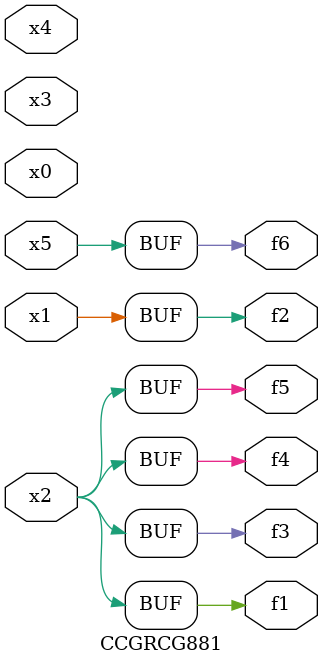
<source format=v>
module CCGRCG881(
	input x0, x1, x2, x3, x4, x5,
	output f1, f2, f3, f4, f5, f6
);
	assign f1 = x2;
	assign f2 = x1;
	assign f3 = x2;
	assign f4 = x2;
	assign f5 = x2;
	assign f6 = x5;
endmodule

</source>
